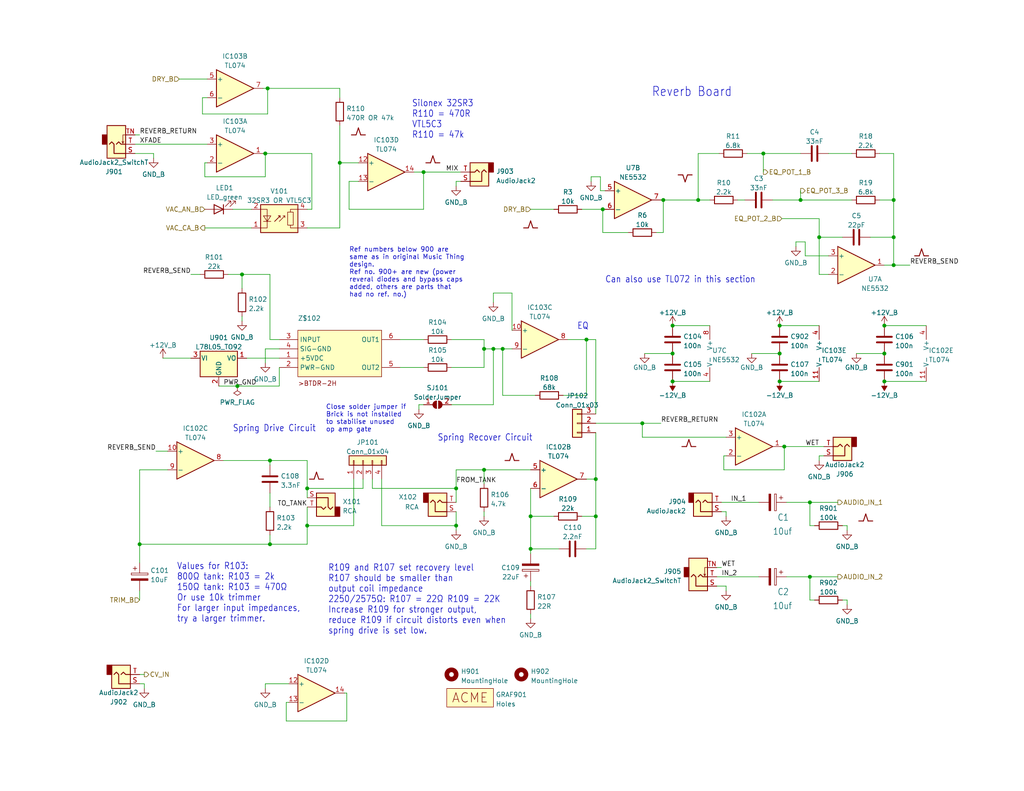
<source format=kicad_sch>
(kicad_sch (version 20211123) (generator eeschema)
  (paper "USLetter")
  (title_block (title "Spring Reverb Rev 2") (company "Music Thing Modular") (comment 1 "Kosmo version by Rich Holmes"))
  (lib_symbols
    (symbol "Amplifier_Operational:NE5532" (pin_names (offset 0.127))
      (property "Reference" "U" (at 0 5.08 0))
      (property "Value" "NE5532" (at 0 -5.08 0))
      (symbol "NE5532_1_1"
        (pin output line (at 7.62 0 180) (length 2.54) (name "~") (number "1"))
        (pin input line (at -7.62 -2.54 0) (length 2.54) (name "-") (number "2"))
        (pin input line (at -7.62 2.54 0) (length 2.54) (name "+") (number "3"))
      )
      (symbol "NE5532_2_1"
        (pin input line (at -7.62 2.54 0) (length 2.54) (name "+") (number "5"))
        (pin input line (at -7.62 -2.54 0) (length 2.54) (name "-") (number "6"))
        (pin output line (at 7.62 0 180) (length 2.54) (name "~") (number "7"))
      )
      (symbol "NE5532_3_1"
        (pin power_in line (at -2.54 -7.62 90) (length 3.81) (name "V-") (number "4"))
        (pin power_in line (at -2.54 7.62 270) (length 3.81) (name "V+") (number "8"))
      )
    )
    (symbol "Connector_Generic:Conn_01x03" (pin_names (offset 1.016) hide)
      (property "Reference" "J" (at 0 5.08 0))
      (property "Value" "Conn_01x03" (at 0 -5.08 0))
      (symbol "Conn_01x03_1_1"
        (pin passive line (at -5.08 2.54 0) (length 3.81) (name "Pin_1") (number "1"))
        (pin passive line (at -5.08 0 0) (length 3.81) (name "Pin_2") (number "2"))
        (pin passive line (at -5.08 -2.54 0) (length 3.81) (name "Pin_3") (number "3"))
      )
    )
    (symbol "Connector_Generic:Conn_01x04" (pin_names (offset 1.016) hide)
      (property "Reference" "J" (at 0 5.08 0))
      (property "Value" "Conn_01x04" (at 0 -7.62 0))
      (symbol "Conn_01x04_1_1"
        (pin passive line (at -5.08 2.54 0) (length 3.81) (name "Pin_1") (number "1"))
        (pin passive line (at -5.08 0 0) (length 3.81) (name "Pin_2") (number "2"))
        (pin passive line (at -5.08 -2.54 0) (length 3.81) (name "Pin_3") (number "3"))
        (pin passive line (at -5.08 -5.08 0) (length 3.81) (name "Pin_4") (number "4"))
      )
    )
    (symbol "Jumper:SolderJumper_2_Open" (pin_names (offset 0) hide)
      (property "Reference" "JP" (at 0 2.032 0))
      (property "Value" "SolderJumper_2_Open" (at 0 -2.54 0))
      (symbol "SolderJumper_2_Open_1_1"
        (pin passive line (at -3.81 0 0) (length 2.54) (name "A") (number "1"))
        (pin passive line (at 3.81 0 180) (length 2.54) (name "B") (number "2"))
      )
    )
    (symbol "SpringReverbRev2_combined-eagle-import:DOWN_PHASE_SPIKE")
    (symbol "SpringReverbRev2_combined-eagle-import:UP_PHASE_SPIKE")
    (symbol "aaaSpringReverb:+12V_B" (power) (pin_names (offset 0))
      (property "Value" "+12V_B" (at 0 3.556 0))
      (symbol "+12V_B_1_1"
        (pin power_in line (at 0 0 90) (length 0) hide (name "+12V_B") (number "1"))
      )
    )
    (symbol "aaaSpringReverb:-12V_B" (power) (pin_names (offset 0))
      (property "Value" "-12V_B" (at 0 3.81 0))
      (symbol "-12V_B_0_0"
        (pin power_in line (at 0 0 90) (length 0) hide (name "-12V_B") (number "1"))
      )
    )
    (symbol "aaaSpringReverb:BTDR-2H"
      (property "Reference" "Z$" (at -10.16 10.16 0))
      (symbol "BTDR-2H_1_0"
        (text ">BTDR-2H" (at -10.16 -7.62 0) (effects (font (size 1.27 1.27)) (justify left bottom)))
        (pin power_in line (at -15.24 0 0) (length 5.08) (name "+5VDC") (number "1"))
        (pin power_in line (at -15.24 -2.54 0) (length 5.08) (name "PWR-GND") (number "2"))
        (pin input line (at -15.24 5.08 0) (length 5.08) (name "INPUT") (number "3"))
        (pin power_in line (at -15.24 2.54 0) (length 5.08) (name "SIG-GND") (number "4"))
        (pin output line (at 17.78 -2.54 180) (length 5.08) (name "OUT2") (number "5"))
        (pin power_out line (at 17.78 5.08 180) (length 5.08) (name "OUT1") (number "6"))
      )
    )
    (symbol "aaaSpringReverb:GND_B" (power) (pin_names (offset 0))
      (property "Value" "GND_B" (at 0 -3.81 0))
      (symbol "GND_B_1_1"
        (pin power_in line (at 0 0 270) (length 0) hide (name "GND_B") (number "1"))
      )
    )
    (symbol "ao_symbols:AudioJack2"
      (property "Reference" "J" (at 0 8.89 0))
      (property "Value" "AudioJack2" (at 0 6.35 0))
      (symbol "AudioJack2_1_1"
        (pin passive line (at 5.08 2.54 180) (length 2.54) (name "~") (number "S"))
        (pin passive line (at 5.08 0 180) (length 2.54) (name "~") (number "T"))
      )
    )
    (symbol "ao_symbols:AudioJack2_SwitchT"
      (property "Reference" "J" (at 0 8.89 0))
      (property "Value" "AudioJack2_SwitchT" (at 0 6.35 0))
      (symbol "AudioJack2_SwitchT_1_1"
        (pin passive line (at 5.08 2.54 180) (length 2.54) (name "~") (number "S"))
        (pin passive line (at 5.08 0 180) (length 2.54) (name "~") (number "T"))
        (pin passive line (at 5.08 -2.54 180) (length 2.54) (name "~") (number "TN"))
      )
    )
    (symbol "ao_symbols:C" (pin_numbers hide) (pin_names (offset 0.254))
      (property "Reference" "C" (at 0.635 2.54 0))
      (property "Value" "C" (at 0.635 -2.54 0))
      (symbol "C_1_1"
        (pin passive line (at 0 3.81 270) (length 2.794) (name "~") (number "1"))
        (pin passive line (at 0 -3.81 90) (length 2.794) (name "~") (number "2"))
      )
    )
    (symbol "ao_symbols:CP" (pin_numbers hide) (pin_names (offset 0.254))
      (property "Reference" "C" (at 0.635 2.54 0))
      (property "Value" "CP" (at 0.635 -2.54 0))
      (symbol "CP_1_1"
        (pin passive line (at 0 3.81 270) (length 2.794) (name "~") (number "1"))
        (pin passive line (at 0 -3.81 90) (length 2.794) (name "~") (number "2"))
      )
    )
    (symbol "ao_symbols:Graphic" (pin_names (offset 1.016)) (in_bom no)
      (property "Reference" "GRAF" (at 0 -3.81 0))
      (property "Value" "Graphic" (at 0 3.81 0))
      (symbol "Graphic_0_0"
        (text "ACME" (at 0 0 0) (effects (font (size 2.54 2.54))))
      )
    )
    (symbol "ao_symbols:L78L05_TO92" (pin_names (offset 0.254))
      (property "Reference" "U" (at -3.81 3.175 0))
      (property "Value" "L78L05_TO92" (at 0 3.175 0))
      (symbol "L78L05_TO92_1_1"
        (pin power_out line (at 7.62 0 180) (length 2.54) (name "VO") (number "1"))
        (pin power_in line (at 0 -7.62 90) (length 2.54) (name "GND") (number "2"))
        (pin power_in line (at -7.62 0 0) (length 2.54) (name "VI") (number "3"))
      )
    )
    (symbol "ao_symbols:LED_green" (pin_numbers hide) (pin_names (offset 1.016) hide)
      (property "Reference" "D" (at 0 2.54 0))
      (property "Value" "LED_green" (at 0 -2.54 0))
      (symbol "LED_green_1_1"
        (pin passive line (at -3.81 0 0) (length 2.54) (name "K") (number "1"))
        (pin passive line (at 3.81 0 180) (length 2.54) (name "A") (number "2"))
      )
    )
    (symbol "ao_symbols:MountingHole" (pin_names (offset 1.016)) (in_bom no)
      (property "Reference" "H" (at 0 5.08 0))
      (property "Value" "MountingHole" (at 0 3.175 0))
    )
    (symbol "ao_symbols:R" (pin_numbers hide) (pin_names (offset 0))
      (property "Reference" "R" (at 2.032 0 90))
      (property "Value" "R" (at 0 0 90))
      (symbol "R_1_1"
        (pin passive line (at 0 3.81 270) (length 1.27) (name "~") (number "1"))
        (pin passive line (at 0 -3.81 90) (length 1.27) (name "~") (number "2"))
      )
    )
    (symbol "ao_symbols:TL074" (pin_names (offset 0.127))
      (property "Reference" "U" (at 0 5.08 0))
      (property "Value" "TL074" (at 0 -5.08 0))
      (symbol "TL074_1_1"
        (pin output line (at 7.62 0 180) (length 2.54) (name "~") (number "1"))
        (pin input line (at -7.62 -2.54 0) (length 2.54) (name "-") (number "2"))
        (pin input line (at -7.62 2.54 0) (length 2.54) (name "+") (number "3"))
      )
      (symbol "TL074_2_1"
        (pin input line (at -7.62 2.54 0) (length 2.54) (name "+") (number "5"))
        (pin input line (at -7.62 -2.54 0) (length 2.54) (name "-") (number "6"))
        (pin output line (at 7.62 0 180) (length 2.54) (name "~") (number "7"))
      )
      (symbol "TL074_3_1"
        (pin input line (at -7.62 2.54 0) (length 2.54) (name "+") (number "10"))
        (pin output line (at 7.62 0 180) (length 2.54) (name "~") (number "8"))
        (pin input line (at -7.62 -2.54 0) (length 2.54) (name "-") (number "9"))
      )
      (symbol "TL074_4_1"
        (pin input line (at -7.62 2.54 0) (length 2.54) (name "+") (number "12"))
        (pin input line (at -7.62 -2.54 0) (length 2.54) (name "-") (number "13"))
        (pin output line (at 7.62 0 180) (length 2.54) (name "~") (number "14"))
      )
      (symbol "TL074_5_1"
        (pin power_in line (at -2.54 -7.62 90) (length 3.81) (name "V-") (number "11"))
        (pin power_in line (at -2.54 7.62 270) (length 3.81) (name "V+") (number "4"))
      )
    )
    (symbol "ao_symbols:Vactrol" (pin_names (offset 1.016) hide)
      (property "Reference" "U" (at 0 5.08 0))
      (property "Value" "Vactrol" (at 0 -5.08 0))
      (symbol "Vactrol_1_1"
        (pin passive line (at -7.62 2.54 0) (length 2.54) (name "-") (number "1"))
        (pin passive line (at -7.62 -2.54 0) (length 2.54) (name "+") (number "2"))
        (pin passive line (at 7.62 2.54 180) (length 2.54) (name "~") (number "3"))
        (pin passive line (at 7.62 -2.54 180) (length 2.54) (name "~") (number "4"))
      )
    )
    (symbol "power:PWR_FLAG" (power) (pin_numbers hide) (pin_names (offset 0) hide)
      (property "Value" "PWR_FLAG" (at 0 3.81 0))
      (symbol "PWR_FLAG_0_0"
        (pin power_out line (at 0 0 90) (length 0) (name "pwr") (number "1"))
      )
    )
  )
  (junction (at 183.515 96.52))
  (junction (at 132.08 95.25))
  (junction (at 183.515 88.9))
  (junction (at 175.26 115.57))
  (junction (at 241.3 88.9))
  (junction (at 144.78 149.86))
  (junction (at 212.725 104.14))
  (junction (at 124.46 143.51))
  (junction (at 72.39 41.91))
  (junction (at 38.1 148.59))
  (junction (at 223.52 64.77))
  (junction (at 243.84 54.61))
  (junction (at 180.975 54.61))
  (junction (at 64.77 105.41))
  (junction (at 137.16 95.25))
  (junction (at 134.62 95.25))
  (junction (at 144.78 140.97))
  (junction (at 164.465 57.15))
  (junction (at 212.725 96.52))
  (junction (at 212.725 88.9))
  (junction (at 162.56 130.81))
  (junction (at 73.66 125.73))
  (junction (at 83.82 143.51))
  (junction (at 160.02 92.71))
  (junction (at 220.98 157.48))
  (junction (at 73.66 148.59))
  (junction (at 66.04 74.93))
  (junction (at 162.56 140.97))
  (junction (at 132.08 128.27))
  (junction (at 213.995 121.92))
  (junction (at 115.57 46.99))
  (junction (at 83.82 133.35))
  (junction (at 220.98 137.16))
  (junction (at 92.71 44.45))
  (junction (at 190.5 54.61))
  (junction (at 183.515 104.14))
  (junction (at 218.44 54.61))
  (junction (at 241.3 96.52))
  (junction (at 243.84 72.39))
  (junction (at 124.46 133.35))
  (junction (at 241.3 104.14))
  (junction (at 208.28 41.91))
  (junction (at 73.025 24.13))
  (junction (at 243.84 64.77))
  (wire (pts (xy 62.23 74.93) (xy 66.04 74.93)))
  (wire (pts (xy 198.12 124.46) (xy 197.485 124.46)))
  (wire (pts (xy 158.75 140.97) (xy 162.56 140.97)))
  (wire (pts (xy 223.52 124.46) (xy 223.52 125.73)))
  (wire (pts (xy 72.39 95.25) (xy 72.39 99.06)))
  (wire (pts (xy 41.91 41.91) (xy 41.91 43.18)))
  (wire (pts (xy 252.73 88.9) (xy 241.3 88.9)))
  (wire (pts (xy 237.49 64.77) (xy 243.84 64.77)))
  (wire (pts (xy 218.44 52.07) (xy 218.44 54.61)))
  (wire (pts (xy 144.78 57.15) (xy 151.13 57.15)))
  (wire (pts (xy 124.46 133.35) (xy 124.46 128.27)))
  (wire (pts (xy 220.98 137.16) (xy 220.98 143.51)))
  (wire (pts (xy 55.88 48.26) (xy 72.39 48.26)))
  (wire (pts (xy 96.52 143.51) (xy 83.82 143.51)))
  (wire (pts (xy 218.44 54.61) (xy 210.82 54.61)))
  (wire (pts (xy 124.46 49.53) (xy 125.73 49.53)))
  (wire (pts (xy 101.6 133.35) (xy 124.46 133.35)))
  (wire (pts (xy 134.62 110.49) (xy 134.62 95.25)))
  (wire (pts (xy 139.7 95.25) (xy 137.16 95.25)))
  (wire (pts (xy 113.03 46.99) (xy 115.57 46.99)))
  (wire (pts (xy 124.46 137.16) (xy 124.46 133.35)))
  (wire (pts (xy 229.87 64.77) (xy 223.52 64.77)))
  (wire (pts (xy 218.44 54.61) (xy 232.41 54.61)))
  (wire (pts (xy 243.84 64.77) (xy 243.84 72.39)))
  (wire (pts (xy 160.02 92.71) (xy 162.56 92.71)))
  (wire (pts (xy 92.71 44.45) (xy 92.71 62.23)))
  (wire (pts (xy 180.34 115.57) (xy 175.26 115.57)))
  (wire (pts (xy 193.675 104.14) (xy 183.515 104.14)))
  (wire (pts (xy 83.82 62.23) (xy 92.71 62.23)))
  (wire (pts (xy 78.74 191.77) (xy 78.105 191.77)))
  (wire (pts (xy 83.82 138.43) (xy 83.82 143.51)))
  (wire (pts (xy 72.39 187.96) (xy 72.39 186.69)))
  (wire (pts (xy 124.46 128.27) (xy 132.08 128.27)))
  (wire (pts (xy 175.895 96.52) (xy 183.515 96.52)))
  (wire (pts (xy 208.28 46.99) (xy 208.28 41.91)))
  (wire (pts (xy 73.66 74.93) (xy 66.04 74.93)))
  (wire (pts (xy 193.675 88.9) (xy 183.515 88.9)))
  (wire (pts (xy 63.5 57.15) (xy 68.58 57.15)))
  (wire (pts (xy 134.62 80.01) (xy 134.62 82.55)))
  (wire (pts (xy 38.1 163.83) (xy 38.1 161.29)))
  (wire (pts (xy 160.02 130.81) (xy 162.56 130.81)))
  (wire (pts (xy 144.78 140.97) (xy 144.78 133.35)))
  (wire (pts (xy 198.12 160.02) (xy 195.58 160.02)))
  (wire (pts (xy 214.63 157.48) (xy 220.98 157.48)))
  (wire (pts (xy 179.07 63.5) (xy 180.975 63.5)))
  (wire (pts (xy 248.285 72.39) (xy 243.84 72.39)))
  (wire (pts (xy 164.465 63.5) (xy 164.465 57.15)))
  (wire (pts (xy 139.7 80.01) (xy 134.62 80.01)))
  (wire (pts (xy 104.14 130.81) (xy 104.14 143.51)))
  (wire (pts (xy 104.14 143.51) (xy 124.46 143.51)))
  (wire (pts (xy 213.995 128.27) (xy 213.995 121.92)))
  (wire (pts (xy 39.37 184.15) (xy 38.1 184.15)))
  (wire (pts (xy 55.88 62.23) (xy 68.58 62.23)))
  (wire (pts (xy 224.79 124.46) (xy 223.52 124.46)))
  (wire (pts (xy 72.39 41.91) (xy 71.755 41.91)))
  (wire (pts (xy 52.07 74.93) (xy 54.61 74.93)))
  (wire (pts (xy 83.82 133.35) (xy 83.82 135.89)))
  (wire (pts (xy 220.98 137.16) (xy 228.6 137.16)))
  (wire (pts (xy 66.04 86.36) (xy 66.04 87.63)))
  (wire (pts (xy 180.34 54.61) (xy 180.975 54.61)))
  (wire (pts (xy 96.52 130.81) (xy 96.52 143.51)))
  (wire (pts (xy 99.06 130.81) (xy 99.06 133.35)))
  (wire (pts (xy 229.87 163.83) (xy 231.14 163.83)))
  (wire (pts (xy 76.2 100.33) (xy 76.2 105.41)))
  (wire (pts (xy 252.73 104.14) (xy 241.3 104.14)))
  (wire (pts (xy 60.96 125.73) (xy 73.66 125.73)))
  (wire (pts (xy 213.995 121.92) (xy 224.79 121.92)))
  (wire (pts (xy 223.52 59.69) (xy 223.52 64.77)))
  (wire (pts (xy 132.08 128.27) (xy 144.78 128.27)))
  (wire (pts (xy 162.56 92.71) (xy 162.56 113.03)))
  (wire (pts (xy 137.16 95.25) (xy 137.16 107.95)))
  (wire (pts (xy 73.66 127) (xy 73.66 125.73)))
  (wire (pts (xy 205.105 96.52) (xy 212.725 96.52)))
  (wire (pts (xy 132.08 95.25) (xy 132.08 100.33)))
  (wire (pts (xy 78.105 196.85) (xy 94.615 196.85)))
  (wire (pts (xy 219.71 69.85) (xy 226.06 69.85)))
  (wire (pts (xy 144.78 167.64) (xy 144.78 168.91)))
  (wire (pts (xy 48.895 21.59) (xy 56.515 21.59)))
  (wire (pts (xy 39.37 186.69) (xy 39.37 187.96)))
  (wire (pts (xy 114.3 110.49) (xy 115.57 110.49)))
  (wire (pts (xy 154.94 92.71) (xy 160.02 92.71)))
  (wire (pts (xy 56.515 44.45) (xy 55.88 44.45)))
  (wire (pts (xy 95.25 57.15) (xy 95.25 49.53)))
  (wire (pts (xy 72.39 48.26) (xy 72.39 41.91)))
  (wire (pts (xy 175.26 119.38) (xy 175.26 115.57)))
  (wire (pts (xy 160.02 107.95) (xy 160.02 92.71)))
  (wire (pts (xy 144.78 160.02) (xy 144.78 158.75)))
  (wire (pts (xy 161.29 48.26) (xy 163.83 48.26)))
  (wire (pts (xy 226.06 41.91) (xy 232.41 41.91)))
  (wire (pts (xy 198.12 160.02) (xy 198.12 161.29)))
  (wire (pts (xy 163.83 48.26) (xy 163.83 52.07)))
  (wire (pts (xy 213.36 59.69) (xy 223.52 59.69)))
  (wire (pts (xy 139.7 90.17) (xy 139.7 80.01)))
  (wire (pts (xy 124.46 49.53) (xy 124.46 50.8)))
  (wire (pts (xy 214.63 137.16) (xy 220.98 137.16)))
  (wire (pts (xy 99.06 133.35) (xy 83.82 133.35)))
  (wire (pts (xy 132.08 128.27) (xy 132.08 132.08)))
  (wire (pts (xy 114.3 111.76) (xy 114.3 110.49)))
  (wire (pts (xy 94.615 189.23) (xy 93.98 189.23)))
  (wire (pts (xy 175.26 115.57) (xy 162.56 115.57)))
  (wire (pts (xy 197.485 128.27) (xy 213.995 128.27)))
  (wire (pts (xy 55.245 26.67) (xy 55.245 31.115)))
  (wire (pts (xy 115.57 57.15) (xy 115.57 46.99)))
  (wire (pts (xy 213.995 121.92) (xy 213.36 121.92)))
  (wire (pts (xy 73.66 92.71) (xy 73.66 74.93)))
  (wire (pts (xy 55.88 44.45) (xy 55.88 48.26)))
  (wire (pts (xy 198.12 139.7) (xy 196.85 139.7)))
  (wire (pts (xy 42.545 123.19) (xy 45.72 123.19)))
  (wire (pts (xy 73.66 138.43) (xy 73.66 134.62)))
  (wire (pts (xy 243.84 54.61) (xy 243.84 64.77)))
  (wire (pts (xy 73.025 31.115) (xy 73.025 24.13)))
  (wire (pts (xy 73.66 146.05) (xy 73.66 148.59)))
  (wire (pts (xy 220.98 157.48) (xy 220.98 163.83)))
  (wire (pts (xy 73.025 24.13) (xy 92.71 24.13)))
  (wire (pts (xy 164.465 63.5) (xy 171.45 63.5)))
  (wire (pts (xy 144.78 149.86) (xy 144.78 140.97)))
  (wire (pts (xy 73.66 148.59) (xy 38.1 148.59)))
  (wire (pts (xy 101.6 130.81) (xy 101.6 133.35)))
  (wire (pts (xy 115.57 46.99) (xy 125.73 46.99)))
  (wire (pts (xy 223.52 104.14) (xy 212.725 104.14)))
  (wire (pts (xy 201.295 54.61) (xy 203.2 54.61)))
  (wire (pts (xy 92.71 34.29) (xy 92.71 44.45)))
  (wire (pts (xy 72.39 186.69) (xy 78.74 186.69)))
  (wire (pts (xy 38.1 128.27) (xy 38.1 148.59)))
  (wire (pts (xy 85.09 57.15) (xy 83.82 57.15)))
  (wire (pts (xy 72.39 95.25) (xy 76.2 95.25)))
  (wire (pts (xy 231.14 143.51) (xy 231.14 144.78)))
  (wire (pts (xy 132.08 95.25) (xy 134.62 95.25)))
  (wire (pts (xy 83.82 143.51) (xy 83.82 148.59)))
  (wire (pts (xy 45.72 128.27) (xy 38.1 128.27)))
  (wire (pts (xy 223.52 88.9) (xy 212.725 88.9)))
  (wire (pts (xy 123.19 110.49) (xy 134.62 110.49)))
  (wire (pts (xy 39.37 186.69) (xy 38.1 186.69)))
  (wire (pts (xy 195.58 154.94) (xy 196.85 154.94)))
  (wire (pts (xy 132.08 92.71) (xy 132.08 95.25)))
  (wire (pts (xy 162.56 130.81) (xy 162.56 118.11)))
  (wire (pts (xy 195.58 157.48) (xy 207.01 157.48)))
  (wire (pts (xy 190.5 54.61) (xy 190.5 41.91)))
  (wire (pts (xy 243.84 54.61) (xy 243.84 41.91)))
  (wire (pts (xy 124.46 144.78) (xy 124.46 143.51)))
  (wire (pts (xy 163.83 52.07) (xy 165.1 52.07)))
  (wire (pts (xy 71.755 24.13) (xy 73.025 24.13)))
  (wire (pts (xy 198.12 119.38) (xy 175.26 119.38)))
  (wire (pts (xy 144.78 151.13) (xy 144.78 149.86)))
  (wire (pts (xy 56.515 26.67) (xy 55.245 26.67)))
  (wire (pts (xy 219.71 66.04) (xy 219.71 69.85)))
  (wire (pts (xy 220.98 157.48) (xy 228.6 157.48)))
  (wire (pts (xy 158.75 57.15) (xy 164.465 57.15)))
  (wire (pts (xy 64.77 105.41) (xy 59.69 105.41)))
  (wire (pts (xy 240.03 54.61) (xy 243.84 54.61)))
  (wire (pts (xy 180.975 54.61) (xy 190.5 54.61)))
  (wire (pts (xy 196.85 137.16) (xy 207.01 137.16)))
  (wire (pts (xy 132.08 140.97) (xy 132.08 139.7)))
  (wire (pts (xy 153.67 107.95) (xy 160.02 107.95)))
  (wire (pts (xy 73.66 125.73) (xy 83.82 125.73)))
  (wire (pts (xy 92.71 44.45) (xy 97.79 44.45)))
  (wire (pts (xy 92.71 26.67) (xy 92.71 24.13)))
  (wire (pts (xy 231.14 165.1) (xy 231.14 163.83)))
  (wire (pts (xy 76.2 92.71) (xy 73.66 92.71)))
  (wire (pts (xy 85.09 41.91) (xy 85.09 57.15)))
  (wire (pts (xy 233.68 96.52) (xy 241.3 96.52)))
  (wire (pts (xy 180.975 63.5) (xy 180.975 54.61)))
  (wire (pts (xy 220.98 143.51) (xy 222.25 143.51)))
  (wire (pts (xy 220.98 163.83) (xy 222.25 163.83)))
  (wire (pts (xy 95.25 49.53) (xy 97.79 49.53)))
  (wire (pts (xy 52.07 97.79) (xy 44.45 97.79)))
  (wire (pts (xy 144.78 140.97) (xy 151.13 140.97)))
  (wire (pts (xy 223.52 74.93) (xy 223.52 64.77)))
  (wire (pts (xy 197.485 124.46) (xy 197.485 128.27)))
  (wire (pts (xy 83.82 148.59) (xy 73.66 148.59)))
  (wire (pts (xy 152.4 149.86) (xy 144.78 149.86)))
  (wire (pts (xy 109.22 100.33) (xy 115.57 100.33)))
  (wire (pts (xy 124.46 143.51) (xy 124.46 139.7)))
  (wire (pts (xy 38.1 148.59) (xy 38.1 153.67)))
  (wire (pts (xy 162.56 149.86) (xy 162.56 140.97)))
  (wire (pts (xy 36.83 39.37) (xy 56.515 39.37)))
  (wire (pts (xy 240.03 41.91) (xy 243.84 41.91)))
  (wire (pts (xy 66.04 74.93) (xy 66.04 78.74)))
  (wire (pts (xy 243.84 72.39) (xy 241.3 72.39)))
  (wire (pts (xy 164.465 57.15) (xy 165.1 57.15)))
  (wire (pts (xy 162.56 140.97) (xy 162.56 130.81)))
  (wire (pts (xy 95.25 57.15) (xy 115.57 57.15)))
  (wire (pts (xy 83.82 125.73) (xy 83.82 133.35)))
  (wire (pts (xy 190.5 41.91) (xy 196.215 41.91)))
  (wire (pts (xy 160.02 149.86) (xy 162.56 149.86)))
  (wire (pts (xy 67.31 97.79) (xy 76.2 97.79)))
  (wire (pts (xy 218.44 41.91) (xy 208.28 41.91)))
  (wire (pts (xy 203.835 41.91) (xy 208.28 41.91)))
  (wire (pts (xy 36.83 41.91) (xy 41.91 41.91)))
  (wire (pts (xy 226.06 74.93) (xy 223.52 74.93)))
  (wire (pts (xy 38.1 36.83) (xy 36.83 36.83)))
  (wire (pts (xy 72.39 41.91) (xy 85.09 41.91)))
  (wire (pts (xy 123.19 100.33) (xy 132.08 100.33)))
  (wire (pts (xy 94.615 196.85) (xy 94.615 189.23)))
  (wire (pts (xy 55.245 31.115) (xy 73.025 31.115)))
  (wire (pts (xy 76.2 105.41) (xy 64.77 105.41)))
  (wire (pts (xy 137.16 107.95) (xy 146.05 107.95)))
  (wire (pts (xy 217.17 66.04) (xy 219.71 66.04)))
  (wire (pts (xy 198.12 139.7) (xy 198.12 140.97)))
  (wire (pts (xy 109.22 92.71) (xy 115.57 92.71)))
  (wire (pts (xy 217.17 67.31) (xy 217.17 66.04)))
  (wire (pts (xy 229.87 143.51) (xy 231.14 143.51)))
  (wire (pts (xy 78.105 191.77) (xy 78.105 196.85)))
  (wire (pts (xy 123.19 92.71) (xy 132.08 92.71)))
  (wire (pts (xy 190.5 54.61) (xy 193.675 54.61)))
  (wire (pts (xy 161.29 49.53) (xy 161.29 48.26)))
  (wire (pts (xy 134.62 95.25) (xy 137.16 95.25)))
  (text "Reverb Board" (at 177.8 26.67 180) (effects (font (size 2.54 2.159)) (justify left bottom)))
  (text "Close solder jumper if\nBrick is not installed\nto stabilise unused\nop amp gate" (at 88.9 118.11 0) (effects (font (size 1.27 1.27)) (justify left bottom)))
  (text "Can also use TL072 in this section" (at 165.1 77.47 180) (effects (font (size 1.778 1.5113)) (justify left bottom)))
  (text "R109 and R107 set recovery level\nR107 should be smaller than\noutput coil impedance\n2250/2575Ω: R107 = 22Ω R109 = 22K\nIncrease R109 for stronger output,\nreduce R109 if circuit distorts even when\nspring drive is set low." (at 89.535 173.355 0) (effects (font (size 1.778 1.5113)) (justify left bottom)))
  (text "EQ" (at 157.48 90.17 180) (effects (font (size 1.778 1.5113)) (justify left bottom)))
  (text "Ref numbers below 900 are\nsame as in original Music Thing\ndesign.\nRef no. 900+ are new (power \nreveral diodes and bypass caps \nadded, others are parts that\nhad no ref. no.)" (at 95.25 81.28 0) (effects (font (size 1.27 1.27)) (justify left bottom)))
  (text "Silonex 32SR3\nR110 = 470R\nVTL5C3\nR110 = 47k" (at 112.395 27.305 180) (effects (font (size 1.778 1.5113)) (justify left top)))
  (text "Spring Recover Circuit" (at 119.38 120.65 180) (effects (font (size 1.778 1.5113)) (justify left bottom)))
  (text "Values for R103:\n800Ω tank: R103 = 2k\n150Ω tank: R103 = 470Ω\nOr use 10k trimmer\nFor larger input impedances,\ntry a larger trimmer." (at 48.26 153.67 0) (effects (font (size 1.778 1.5113)) (justify left top)))
  (text "Spring Drive Circuit" (at 63.5 118.11 180) (effects (font (size 1.778 1.5113)) (justify left bottom)))
  (label "PWR_GND" (at 60.96 105.41 0))
  (label "XFADE" (at 38.1 39.37 0))
  (label "REVERB_RETURN" (at 180.34 115.57 0))
  (label "IN_2" (at 196.85 157.48 0))
  (label "IN_1" (at 199.39 137.16 0))
  (label "REVERB_SEND" (at 248.285 72.39 0))
  (label "WET" (at 223.52 121.92 180))
  (label "WET" (at 196.85 154.94 0))
  (label "REVERB_SEND" (at 52.07 74.93 180) (effects (font (size 1.2446 1.2446))))
  (label "FROM_TANK" (at 124.46 132.08 0))
  (label "REVERB_SEND" (at 42.545 123.19 180))
  (label "TO_TANK" (at 83.82 138.43 180))
  (label "REVERB_RETURN" (at 38.1 36.83 0))
  (label "MIX" (at 125.095 46.99 180))
  (hierarchical_label "VAC_AN_B" (shape input) (at 55.88 57.15 180))
  (hierarchical_label "CV_IN" (shape output) (at 39.37 184.15 0))
  (hierarchical_label "EQ_POT_3_B" (shape output) (at 218.44 52.07 0))
  (hierarchical_label "TRIM_B" (shape input) (at 38.1 163.83 180))
  (hierarchical_label "VAC_CA_B" (shape output) (at 55.88 62.23 180))
  (hierarchical_label "AUDIO_IN_2" (shape output) (at 228.6 157.48 0))
  (hierarchical_label "DRY_B" (shape input) (at 144.78 57.15 180))
  (hierarchical_label "EQ_POT_1_B" (shape output) (at 208.28 46.99 0))
  (hierarchical_label "AUDIO_IN_1" (shape output) (at 228.6 137.16 0))
  (hierarchical_label "EQ_POT_2_B" (shape input) (at 213.36 59.69 180))
  (hierarchical_label "DRY_B" (shape input) (at 48.895 21.59 180))
  (symbol (lib_id "aaaSpringReverb:+12V_B") (at 212.725 88.9 0) (unit 1)
    (property "Reference" "#PWR0140" (effects hide))
    (property "Value" "+12V_B" (at 212.725 85.344 0))
  )
  (symbol (lib_id "ao_symbols:TL074") (at 86.36 189.23 0) (unit 4)
    (property "Reference" "IC102" (at 86.36 180.4502 0))
    (property "Value" "TL074" (at 86.36 182.9871 0))
    (property "Footprint" "ao_tht:DIP-14_W7.62mm_Socket_LongPads" (effects hide))
    (property "Vendor" "Tayda" (effects hide))
    (property "SKU" "A-1138" (effects hide))
  )
  (symbol (lib_id "ao_symbols:C") (at 212.725 100.33 0) (unit 1)
    (property "Reference" "C107" (at 215.646 99.4953 0) (effects (justify left)))
    (property "Value" "100n" (at 215.646 102.0322 0) (effects (justify left)))
    (property "Footprint" "ao_tht:C_Disc_D3.0mm_W1.6mm_P2.50mm" (effects hide))
    (property "Vendor" "Tayda" (effects hide))
  )
  (symbol (lib_id "ao_symbols:TL074") (at 226.06 96.52 0) (unit 5)
    (property "Reference" "IC103" (at 224.155 95.6853 0) (effects (justify left)))
    (property "Value" "TL074" (at 224.155 98.2222 0) (effects (justify left)))
    (property "Footprint" "ao_tht:DIP-14_W7.62mm_Socket_LongPads" (effects hide))
    (property "Vendor" "Tayda" (effects hide))
    (property "SKU" "A-1138" (effects hide))
  )
  (symbol (lib_id "aaaSpringReverb:-12V_B") (at 183.515 104.14 180) (unit 1)
    (property "Reference" "#PWR0125" (effects hide))
    (property "Value" "-12V_B" (at 183.515 107.95 0))
  )
  (symbol (lib_id "ao_symbols:C") (at 222.25 41.91 90) (unit 1)
    (property "Reference" "C4" (at 222.25 36.0512 90))
    (property "Value" "33nF" (at 222.25 38.5881 90))
    (property "Footprint" "ao_tht:C_Rect_L7.2mm_W2.5mm_P5.00mm_FKS2_FKP2_MKS2_MKP2" (effects hide))
    (property "Vendor" "Tayda" (effects hide))
  )
  (symbol (lib_id "ao_symbols:R") (at 226.06 163.83 90) (unit 1)
    (property "Reference" "R902" (at 226.06 159.1142 90))
    (property "Value" "100k" (at 226.06 161.6511 90))
    (property "Footprint" "ao_tht:R_Axial_DIN0207_L6.3mm_D2.5mm_P10.16mm_Horizontal" (effects hide))
    (property "Vendor" "Tayda" (effects hide))
  )
  (symbol (lib_id "SpringReverbRev2_combined-eagle-import:UP_PHASE_SPIKE") (at 97.79 36.83 0) (unit 1)
    (property "Reference" "#Z$105" (effects hide))
    (property "Value" "UP_PHASE_SPIKE" (effects hide))
  )
  (symbol (lib_id "aaaSpringReverb:GND_B") (at 175.895 96.52 0) (unit 1)
    (property "Reference" "#PWR0121" (effects hide))
    (property "Value" "GND_B" (at 175.895 100.33 0))
  )
  (symbol (lib_id "ao_symbols:TL074") (at 152.4 130.81 0) (unit 2)
    (property "Reference" "IC102" (at 152.4 122.0302 0))
    (property "Value" "TL074" (at 152.4 124.5671 0))
    (property "Footprint" "ao_tht:DIP-14_W7.62mm_Socket_LongPads" (effects hide))
    (property "Vendor" "Tayda" (effects hide))
    (property "SKU" "A-1138" (effects hide))
  )
  (symbol (lib_id "aaaSpringReverb:+12V_B") (at 183.515 88.9 0) (unit 1)
    (property "Reference" "#PWR0124" (effects hide))
    (property "Value" "+12V_B" (at 183.515 85.344 0))
  )
  (symbol (lib_id "aaaSpringReverb:GND_B") (at 223.52 125.73 0) (unit 1)
    (property "Reference" "#PWR0144" (effects hide))
    (property "Value" "GND_B" (at 223.52 130.1734 0))
  )
  (symbol (lib_id "power:PWR_FLAG") (at 64.77 105.41 180) (unit 1)
    (property "Reference" "#FLG0904" (effects hide))
    (property "Value" "PWR_FLAG" (at 64.77 109.8534 0))
  )
  (symbol (lib_id "SpringReverbRev2_combined-eagle-import:UP_PHASE_SPIKE") (at 144.78 62.23 0) (unit 1)
    (property "Reference" "#Z$1" (effects hide))
    (property "Value" "UP_PHASE_SPIKE" (effects hide))
  )
  (symbol (lib_id "aaaSpringReverb:GND_B") (at 144.78 168.91 0) (unit 1)
    (property "Reference" "#PWR0108" (effects hide))
    (property "Value" "GND_B" (at 144.78 173.3534 0))
  )
  (symbol (lib_id "ao_symbols:R") (at 175.26 63.5 90) (unit 1)
    (property "Reference" "R6" (at 175.26 58.7842 90))
    (property "Value" "10k" (at 175.26 61.3211 90))
    (property "Footprint" "ao_tht:R_Axial_DIN0207_L6.3mm_D2.5mm_P10.16mm_Horizontal" (effects hide))
    (property "Vendor" "Tayda" (effects hide))
  )
  (symbol (lib_id "ao_symbols:CP") (at 210.82 157.48 270) (unit 1)
    (property "Reference" "C2" (at 212.09 162.56 90) (effects (font (size 1.778 1.5113)) (justify left bottom)))
    (property "Value" "10uf" (at 210.82 166.37 90) (effects (font (size 1.778 1.5113)) (justify left bottom)))
    (property "Footprint" "ao_tht:CP_Radial_D6.3mm_P2.50mm" (effects hide))
    (property "Vendor" "Tayda" (effects hide))
  )
  (symbol (lib_id "aaaSpringReverb:GND_B") (at 39.37 187.96 0) (unit 1)
    (property "Reference" "#PWR0141" (effects hide))
    (property "Value" "GND_B" (at 39.37 192.4034 0))
  )
  (symbol (lib_id "ao_symbols:CP") (at 210.82 137.16 270) (unit 1)
    (property "Reference" "C1" (at 212.09 142.24 90) (effects (font (size 1.778 1.5113)) (justify left bottom)))
    (property "Value" "10uf" (at 210.82 146.05 90) (effects (font (size 1.778 1.5113)) (justify left bottom)))
    (property "Footprint" "ao_tht:CP_Radial_D6.3mm_P2.50mm" (effects hide))
    (property "Vendor" "Tayda" (effects hide))
  )
  (symbol (lib_id "ao_symbols:C") (at 156.21 149.86 90) (unit 1)
    (property "Reference" "C110" (at 156.21 144.0012 90))
    (property "Value" "2.2nF" (at 156.21 146.5381 90))
    (property "Footprint" "ao_tht:C_Rect_L7.2mm_W2.5mm_P5.00mm_FKS2_FKP2_MKS2_MKP2" (effects hide))
    (property "Vendor" "Tayda" (effects hide))
  )
  (symbol (lib_id "ao_symbols:Vactrol") (at 76.2 59.69 0) (mirror x) (unit 1)
    (property "Reference" "V101" (at 76.2 52.1802 0))
    (property "Value" "32SR3 OR VTL5C3" (at 76.2 54.7171 0))
    (property "Footprint" "ao_tht:Vactrol_VTL5C" (effects hide))
    (property "Datasheet" "http://www.qsl.net/wa1ion/vactrol/vactrol.pdf" (effects hide))
  )
  (symbol (lib_id "ao_symbols:R") (at 149.86 107.95 90) (unit 1)
    (property "Reference" "R108" (at 149.86 103.2342 90))
    (property "Value" "68k" (at 149.86 105.7711 90))
    (property "Footprint" "ao_tht:R_Axial_DIN0207_L6.3mm_D2.5mm_P10.16mm_Horizontal" (effects hide))
    (property "Vendor" "Tayda" (effects hide))
  )
  (symbol (lib_id "ao_symbols:TL074") (at 53.34 125.73 0) (unit 3)
    (property "Reference" "IC102" (at 53.34 116.9502 0))
    (property "Value" "TL074" (at 53.34 119.4871 0))
    (property "Footprint" "ao_tht:DIP-14_W7.62mm_Socket_LongPads" (effects hide))
    (property "Vendor" "Tayda" (effects hide))
    (property "SKU" "A-1138" (effects hide))
  )
  (symbol (lib_id "ao_symbols:TL074") (at 147.32 92.71 0) (unit 3)
    (property "Reference" "IC103" (at 147.32 83.9302 0))
    (property "Value" "TL074" (at 147.32 86.4671 0))
    (property "Footprint" "ao_tht:DIP-14_W7.62mm_Socket_LongPads" (effects hide))
    (property "Vendor" "Tayda" (effects hide))
    (property "SKU" "A-1138" (effects hide))
  )
  (symbol (lib_id "aaaSpringReverb:GND_B") (at 132.08 140.97 0) (unit 1)
    (property "Reference" "#PWR0105" (effects hide))
    (property "Value" "GND_B" (at 132.08 145.4134 0))
  )
  (symbol (lib_id "ao_symbols:AudioJack2") (at 33.02 184.15 0) (mirror x) (unit 1)
    (property "Reference" "J902" (at 32.385 191.6598 0))
    (property "Value" "AudioJack2" (at 32.385 189.1229 0))
    (property "Footprint" "ao_tht:Jack_6.35mm_PJ_629HAN_slots" (effects hide))
    (property "Vendor" "Tayda" (effects hide))
    (property "SKU" "A-1121" (effects hide))
  )
  (symbol (lib_id "aaaSpringReverb:+12V_B") (at 241.3 88.9 0) (unit 1)
    (property "Reference" "#PWR0123" (effects hide))
    (property "Value" "+12V_B" (at 241.3 85.344 0))
  )
  (symbol (lib_id "aaaSpringReverb:-12V_B") (at 241.3 104.14 180) (unit 1)
    (property "Reference" "#PWR0116" (effects hide))
    (property "Value" "-12V_B" (at 241.3 107.95 0))
  )
  (symbol (lib_id "ao_symbols:AudioJack2") (at 88.9 138.43 0) (mirror y) (unit 1)
    (property "Reference" "X101" (at 93.472 136.9603 0) (effects (justify right)))
    (property "Value" "RCA" (at 93.472 139.4972 0) (effects (justify right)))
    (property "Footprint" "springreverb:RCJ-023 white" (effects hide))
    (property "Vendor" "Tayda" (effects hide))
    (property "SKU" "A-1121" (effects hide))
  )
  (symbol (lib_id "ao_symbols:C") (at 233.68 64.77 90) (unit 1)
    (property "Reference" "C5" (at 233.68 58.9112 90))
    (property "Value" "22pF" (at 233.68 61.4481 90))
    (property "Footprint" "ao_tht:C_Disc_D5.0mm_W2.5mm_P5.00mm" (effects hide))
    (property "Vendor" "Tayda" (effects hide))
  )
  (symbol (lib_id "aaaSpringReverb:GND_B") (at 41.91 43.18 0) (unit 1)
    (property "Reference" "#PWR0143" (effects hide))
    (property "Value" "GND_B" (at 41.91 47.6234 0))
  )
  (symbol (lib_id "SpringReverbRev2_combined-eagle-import:UP_PHASE_SPIKE") (at 187.96 121.92 0) (unit 1)
    (property "Reference" "#Z$104" (effects hide))
    (property "Value" "UP_PHASE_SPIKE" (effects hide))
  )
  (symbol (lib_id "ao_symbols:C") (at 207.01 54.61 90) (unit 1)
    (property "Reference" "C3" (at 207.01 48.7512 90))
    (property "Value" "33nF" (at 207.01 51.2881 90))
    (property "Footprint" "ao_tht:C_Rect_L7.2mm_W2.5mm_P5.00mm_FKS2_FKP2_MKS2_MKP2" (effects hide))
    (property "Vendor" "Tayda" (effects hide))
  )
  (symbol (lib_id "aaaSpringReverb:GND_B") (at 198.12 161.29 0) (unit 1)
    (property "Reference" "#PWR0146" (effects hide))
    (property "Value" "GND_B" (at 198.12 165.7334 0))
  )
  (symbol (lib_id "ao_symbols:TL074") (at 205.74 121.92 0) (unit 1)
    (property "Reference" "IC102" (at 205.74 113.1402 0))
    (property "Value" "TL074" (at 205.74 115.6771 0))
    (property "Footprint" "ao_tht:DIP-14_W7.62mm_Socket_LongPads" (effects hide))
    (property "Vendor" "Tayda" (effects hide))
    (property "SKU" "A-1138" (effects hide))
  )
  (symbol (lib_id "ao_symbols:R") (at 226.06 143.51 90) (unit 1)
    (property "Reference" "R901" (at 226.06 138.7942 90))
    (property "Value" "100k" (at 226.06 141.3311 90))
    (property "Footprint" "ao_tht:R_Axial_DIN0207_L6.3mm_D2.5mm_P10.16mm_Horizontal" (effects hide))
    (property "Vendor" "Tayda" (effects hide))
  )
  (symbol (lib_id "ao_symbols:AudioJack2_SwitchT") (at 190.5 157.48 0) (mirror x) (unit 1)
    (property "Reference" "J905" (at 185.9281 156.0103 0) (effects (justify right)))
    (property "Value" "AudioJack2_SwitchT" (at 185.9281 158.5472 0) (effects (justify right)))
    (property "Footprint" "ao_tht:Jack_6.35mm_PJ_629HAN_slots" (effects hide))
    (property "Vendor" "Tayda" (effects hide))
    (property "SKU" "A-1121" (effects hide))
  )
  (symbol (lib_id "aaaSpringReverb:GND_B") (at 161.29 49.53 0) (unit 1)
    (property "Reference" "#PWR0111" (effects hide))
    (property "Value" "GND_B" (at 161.29 53.9734 0))
  )
  (symbol (lib_id "Jumper:SolderJumper_2_Open") (at 119.38 110.49 0) (unit 1) (in_bom no)
    (property "Reference" "SJ101" (at 119.38 105.9012 0))
    (property "Value" "SolderJumper" (at 119.38 108.4381 0))
    (property "Footprint" "Jumper:SolderJumper-2_P1.3mm_Bridged_RoundedPad1.0x1.5mm" (effects hide))
  )
  (symbol (lib_id "aaaSpringReverb:GND_B") (at 231.14 144.78 0) (unit 1)
    (property "Reference" "#PWR0147" (effects hide))
    (property "Value" "GND_B" (at 231.14 149.2234 0))
  )
  (symbol (lib_id "aaaSpringReverb:GND_B") (at 217.17 67.31 0) (unit 1)
    (property "Reference" "#PWR0109" (effects hide))
    (property "Value" "GND_B" (at 217.17 71.7534 0))
  )
  (symbol (lib_id "ao_symbols:C") (at 241.3 100.33 0) (unit 1)
    (property "Reference" "C901" (at 244.221 99.4953 0) (effects (justify left)))
    (property "Value" "100n" (at 244.221 102.0322 0) (effects (justify left)))
    (property "Footprint" "ao_tht:C_Disc_D3.0mm_W1.6mm_P2.50mm" (effects hide))
    (property "Vendor" "Tayda" (effects hide))
  )
  (symbol (lib_id "ao_symbols:AudioJack2") (at 229.87 121.92 180) (unit 1)
    (property "Reference" "J906" (at 230.505 129.4298 0))
    (property "Value" "AudioJack2" (at 230.505 126.8929 0))
    (property "Footprint" "ao_tht:Jack_6.35mm_PJ_629HAN_slots" (effects hide))
    (property "Vendor" "Tayda" (effects hide))
    (property "SKU" "A-1121" (effects hide))
  )
  (symbol (lib_id "SpringReverbRev2_combined-eagle-import:UP_PHASE_SPIKE") (at 118.11 44.45 0) (unit 1)
    (property "Reference" "#Z$106" (effects hide))
    (property "Value" "UP_PHASE_SPIKE" (effects hide))
  )
  (symbol (lib_id "ao_symbols:MountingHole") (at 123.19 184.15 0) (unit 1) (in_bom no)
    (property "Reference" "H901" (at 125.73 183.3153 0) (effects (justify left)))
    (property "Value" "MountingHole" (at 125.73 185.8522 0) (effects (justify left)))
    (property "Footprint" "ao_tht:MountingHole_3.2mm_M3" (effects hide))
    (property "Config" "DNF" (effects hide))
  )
  (symbol (lib_id "ao_symbols:R") (at 236.22 54.61 90) (unit 1)
    (property "Reference" "R19" (at 236.22 49.8942 90))
    (property "Value" "6.8k" (at 236.22 52.4311 90))
    (property "Footprint" "ao_tht:R_Axial_DIN0207_L6.3mm_D2.5mm_P10.16mm_Horizontal" (effects hide))
    (property "Vendor" "Tayda" (effects hide))
  )
  (symbol (lib_id "ao_symbols:R") (at 58.42 74.93 90) (unit 1)
    (property "Reference" "R101" (at 58.42 70.2142 90))
    (property "Value" "22k" (at 58.42 72.7511 90))
    (property "Footprint" "ao_tht:R_Axial_DIN0207_L6.3mm_D2.5mm_P10.16mm_Horizontal" (effects hide))
    (property "Vendor" "Tayda" (effects hide))
  )
  (symbol (lib_id "SpringReverbRev2_combined-eagle-import:UP_PHASE_SPIKE") (at 86.36 130.81 0) (unit 1)
    (property "Reference" "#Z$101" (effects hide))
    (property "Value" "UP_PHASE_SPIKE" (effects hide))
  )
  (symbol (lib_id "aaaSpringReverb:GND_B") (at 72.39 99.06 0) (unit 1)
    (property "Reference" "#PWR0103" (effects hide))
    (property "Value" "GND_B" (at 72.39 103.5034 0))
  )
  (symbol (lib_id "ao_symbols:R") (at 92.71 30.48 180) (unit 1)
    (property "Reference" "R110" (at 94.488 29.6453 0) (effects (justify right)))
    (property "Value" "470R OR 47k" (at 94.488 32.1822 0) (effects (justify right)))
    (property "Footprint" "ao_tht:R_Axial_DIN0207_L6.3mm_D2.5mm_P10.16mm_Horizontal" (effects hide))
    (property "Vendor" "Tayda" (effects hide))
  )
  (symbol (lib_id "ao_symbols:C") (at 73.66 130.81 0) (unit 1)
    (property "Reference" "C108" (at 76.581 129.9753 0) (effects (justify left)))
    (property "Value" "3.3nF" (at 76.581 132.5122 0) (effects (justify left)))
    (property "Footprint" "ao_tht:C_Rect_L7.2mm_W2.5mm_P5.00mm_FKS2_FKP2_MKS2_MKP2" (effects hide))
    (property "Vendor" "Tayda" (effects hide))
  )
  (symbol (lib_id "aaaSpringReverb:-12V_B") (at 212.725 104.14 180) (unit 1)
    (property "Reference" "#PWR0139" (effects hide))
    (property "Value" "-12V_B" (at 212.725 107.95 0))
  )
  (symbol (lib_id "ao_symbols:C") (at 241.3 92.71 0) (unit 1)
    (property "Reference" "C106" (at 244.221 91.8753 0) (effects (justify left)))
    (property "Value" "100n" (at 244.221 94.4122 0) (effects (justify left)))
    (property "Footprint" "ao_tht:C_Disc_D3.0mm_W1.6mm_P2.50mm" (effects hide))
    (property "Vendor" "Tayda" (effects hide))
  )
  (symbol (lib_id "SpringReverbRev2_combined-eagle-import:UP_PHASE_SPIKE") (at 251.46 69.85 0) (unit 1)
    (property "Reference" "#Z$4" (effects hide))
    (property "Value" "UP_PHASE_SPIKE" (effects hide))
  )
  (symbol (lib_id "aaaSpringReverb:+12V_B") (at 44.45 97.79 0) (unit 1)
    (property "Reference" "#PWR0102" (effects hide))
    (property "Value" "+12V_B" (at 44.45 94.234 0))
  )
  (symbol (lib_id "ao_symbols:R") (at 154.94 140.97 90) (unit 1)
    (property "Reference" "R109" (at 154.94 136.2542 90))
    (property "Value" "22k" (at 154.94 138.7911 90))
    (property "Footprint" "ao_tht:R_Axial_DIN0207_L6.3mm_D2.5mm_P10.16mm_Horizontal" (effects hide))
    (property "Vendor" "Tayda" (effects hide))
  )
  (symbol (lib_id "ao_symbols:R") (at 73.66 142.24 0) (unit 1)
    (property "Reference" "R103" (at 75.438 141.4053 0) (effects (justify left)))
    (property "Value" "2.2k" (at 75.438 143.9422 0) (effects (justify left)))
    (property "Footprint" "ao_tht:R_Axial_DIN0207_L6.3mm_D2.5mm_P10.16mm_Horizontal" (effects hide))
    (property "Vendor" "Tayda" (effects hide))
  )
  (symbol (lib_id "aaaSpringReverb:GND_B") (at 124.46 50.8 0) (unit 1)
    (property "Reference" "#PWR0142" (effects hide))
    (property "Value" "GND_B" (at 124.46 55.2434 0))
  )
  (symbol (lib_id "ao_symbols:TL074") (at 64.135 24.13 0) (unit 2)
    (property "Reference" "IC103" (at 64.135 15.3502 0))
    (property "Value" "TL074" (at 64.135 17.8871 0))
    (property "Footprint" "ao_tht:DIP-14_W7.62mm_Socket_LongPads" (effects hide))
    (property "Vendor" "Tayda" (effects hide))
    (property "SKU" "A-1138" (effects hide))
  )
  (symbol (lib_id "ao_symbols:R") (at 154.94 57.15 90) (unit 1)
    (property "Reference" "R3" (at 154.94 52.4342 90))
    (property "Value" "10k" (at 154.94 54.9711 90))
    (property "Footprint" "ao_tht:R_Axial_DIN0207_L6.3mm_D2.5mm_P10.16mm_Horizontal" (effects hide))
    (property "Vendor" "Tayda" (effects hide))
  )
  (symbol (lib_id "aaaSpringReverb:GND_B") (at 231.14 165.1 0) (unit 1)
    (property "Reference" "#PWR0148" (effects hide))
    (property "Value" "GND_B" (at 231.14 169.5434 0))
  )
  (symbol (lib_id "ao_symbols:R") (at 200.025 41.91 90) (unit 1)
    (property "Reference" "R11" (at 200.025 37.1942 90))
    (property "Value" "6.8k" (at 200.025 39.7311 90))
    (property "Footprint" "ao_tht:R_Axial_DIN0207_L6.3mm_D2.5mm_P10.16mm_Horizontal" (effects hide))
    (property "Vendor" "Tayda" (effects hide))
  )
  (symbol (lib_id "ao_symbols:C") (at 183.515 92.71 0) (unit 1)
    (property "Reference" "C104" (at 186.436 91.8753 0) (effects (justify left)))
    (property "Value" "100n" (at 186.436 94.4122 0) (effects (justify left)))
    (property "Footprint" "ao_tht:C_Disc_D3.0mm_W1.6mm_P2.50mm" (effects hide))
    (property "Vendor" "Tayda" (effects hide))
  )
  (symbol (lib_id "ao_symbols:AudioJack2") (at 119.38 137.16 0) (mirror x) (unit 1)
    (property "Reference" "X102" (at 113.792 135.6872 0) (effects (justify right)))
    (property "Value" "RCA" (at 114.3 138.43 0) (effects (justify right)))
    (property "Footprint" "springreverb:RCJ-022 red" (effects hide))
    (property "Vendor" "Tayda" (effects hide))
    (property "SKU" "A-1121" (effects hide))
  )
  (symbol (lib_id "ao_symbols:R") (at 132.08 135.89 0) (unit 1)
    (property "Reference" "R106" (at 133.858 135.0553 0) (effects (justify left)))
    (property "Value" "4.7k" (at 133.858 137.5922 0) (effects (justify left)))
    (property "Footprint" "ao_tht:R_Axial_DIN0207_L6.3mm_D2.5mm_P10.16mm_Horizontal" (effects hide))
    (property "Vendor" "Tayda" (effects hide))
  )
  (symbol (lib_id "ao_symbols:R") (at 119.38 100.33 90) (unit 1)
    (property "Reference" "R105" (at 119.38 95.6142 90))
    (property "Value" "10k" (at 119.38 98.1511 90))
    (property "Footprint" "ao_tht:R_Axial_DIN0207_L6.3mm_D2.5mm_P10.16mm_Horizontal" (effects hide))
    (property "Vendor" "Tayda" (effects hide))
  )
  (symbol (lib_id "aaaSpringReverb:GND_B") (at 205.105 96.52 0) (unit 1)
    (property "Reference" "#PWR0138" (effects hide))
    (property "Value" "GND_B" (at 205.105 100.33 0))
  )
  (symbol (lib_id "ao_symbols:AudioJack2") (at 130.81 46.99 180) (unit 1)
    (property "Reference" "J903" (at 135.382 46.7903 0) (effects (justify right)))
    (property "Value" "AudioJack2" (at 135.382 49.3272 0) (effects (justify right)))
    (property "Footprint" "ao_tht:Jack_6.35mm_PJ_629HAN_slots" (effects hide))
    (property "Vendor" "Tayda" (effects hide))
    (property "SKU" "A-1121" (effects hide))
  )
  (symbol (lib_id "ao_symbols:CP") (at 38.1 157.48 0) (unit 1)
    (property "Reference" "C101" (at 41.021 155.7563 0) (effects (justify left)))
    (property "Value" "10uF" (at 41.021 158.2932 0) (effects (justify left)))
    (property "Footprint" "ao_tht:CP_Radial_D6.3mm_P2.50mm" (effects hide))
    (property "Vendor" "Tayda" (effects hide))
  )
  (symbol (lib_id "ao_symbols:R") (at 119.38 92.71 90) (unit 1)
    (property "Reference" "R104" (at 119.38 87.9942 90))
    (property "Value" "10k" (at 119.38 90.5311 90))
    (property "Footprint" "ao_tht:R_Axial_DIN0207_L6.3mm_D2.5mm_P10.16mm_Horizontal" (effects hide))
    (property "Vendor" "Tayda" (effects hide))
  )
  (symbol (lib_id "ao_symbols:LED_green") (at 59.69 57.15 180) (unit 1)
    (property "Reference" "LED1" (at 61.2775 51.2912 0))
    (property "Value" "LED_green" (at 61.2775 53.8281 0))
    (property "Footprint" "ao_tht:LED_D5.0mm" (effects hide))
    (property "Vendor" "Tayda" (effects hide))
    (property "SKU" "A-1553" (effects hide))
  )
  (symbol (lib_id "ao_symbols:C") (at 183.515 100.33 0) (unit 1)
    (property "Reference" "C105" (at 186.436 99.4953 0) (effects (justify left)))
    (property "Value" "100n" (at 186.436 102.0322 0) (effects (justify left)))
    (property "Footprint" "ao_tht:C_Disc_D3.0mm_W1.6mm_P2.50mm" (effects hide))
    (property "Vendor" "Tayda" (effects hide))
  )
  (symbol (lib_id "SpringReverbRev2_combined-eagle-import:UP_PHASE_SPIKE") (at 236.22 142.24 0) (unit 1)
    (property "Reference" "#Z$901" (effects hide))
    (property "Value" "UP_PHASE_SPIKE" (effects hide))
  )
  (symbol (lib_id "ao_symbols:L78L05_TO92") (at 59.69 97.79 0) (unit 1)
    (property "Reference" "U901" (at 59.69 92.1852 0))
    (property "Value" "L78L05_TO92" (at 59.69 94.7221 0))
    (property "Footprint" "ao_tht:TO-92_Inline_Wide" (effects hide))
    (property "Datasheet" "http://www.st.com/content/ccc/resource/technical/document/datasheet/15/55/e5/aa/23/5b/43/fd/CD00000446.pdf/files/CD00000446.pdf/jcr:content/translations/en.CD00000446.pdf" (effects hide))
    (property "Vendor" "Tayda" (effects hide))
    (property "SKU" "A-176" (effects hide))
  )
  (symbol (lib_id "ao_symbols:AudioJack2") (at 191.77 137.16 0) (mirror x) (unit 1)
    (property "Reference" "J904" (at 187.1981 136.9603 0) (effects (justify right)))
    (property "Value" "AudioJack2" (at 187.1981 139.4972 0) (effects (justify right)))
    (property "Footprint" "ao_tht:Jack_6.35mm_PJ_629HAN_slots" (effects hide))
    (property "Vendor" "Tayda" (effects hide))
    (property "SKU" "A-1121" (effects hide))
  )
  (symbol (lib_id "ao_symbols:R") (at 197.485 54.61 90) (unit 1)
    (property "Reference" "R10" (at 197.485 49.8942 90))
    (property "Value" "2.2k" (at 197.485 52.4311 90))
    (property "Footprint" "ao_tht:R_Axial_DIN0207_L6.3mm_D2.5mm_P10.16mm_Horizontal" (effects hide))
    (property "Vendor" "Tayda" (effects hide))
  )
  (symbol (lib_id "ao_symbols:R") (at 66.04 82.55 0) (unit 1)
    (property "Reference" "R102" (at 67.818 81.7153 0) (effects (justify left)))
    (property "Value" "2.2k" (at 67.818 84.2522 0) (effects (justify left)))
    (property "Footprint" "ao_tht:R_Axial_DIN0207_L6.3mm_D2.5mm_P10.16mm_Horizontal" (effects hide))
    (property "Vendor" "Tayda" (effects hide))
  )
  (symbol (lib_id "ao_symbols:R") (at 236.22 41.91 90) (unit 1)
    (property "Reference" "R18" (at 236.22 37.1942 90))
    (property "Value" "2.2k" (at 236.22 39.7311 90))
    (property "Footprint" "ao_tht:R_Axial_DIN0207_L6.3mm_D2.5mm_P10.16mm_Horizontal" (effects hide))
    (property "Vendor" "Tayda" (effects hide))
  )
  (symbol (lib_id "SpringReverbRev2_combined-eagle-import:UP_PHASE_SPIKE") (at 139.7 125.73 0) (unit 1)
    (property "Reference" "#Z$103" (effects hide))
    (property "Value" "UP_PHASE_SPIKE" (effects hide))
  )
  (symbol (lib_id "aaaSpringReverb:GND_B") (at 66.04 87.63 0) (unit 1)
    (property "Reference" "#PWR0104" (effects hide))
    (property "Value" "GND_B" (at 66.04 92.0734 0))
  )
  (symbol (lib_id "Amplifier_Operational:NE5532") (at 233.68 72.39 0) (unit 1)
    (property "Reference" "U7" (at 238.76 76.2031 0))
    (property "Value" "NE5532" (at 238.76 78.74 0))
    (property "Footprint" "ao_tht:DIP-8_W7.62mm_Socket_LongPads" (effects hide))
    (property "Datasheet" "http://www.ti.com/lit/ds/symlink/ne5532.pdf" (effects hide))
  )
  (symbol (lib_id "Connector_Generic:Conn_01x04") (at 99.06 125.73 90) (unit 1)
    (property "Reference" "JP101" (at 100.33 120.7602 90))
    (property "Value" "Conn_01x04" (at 100.33 123.2971 90))
    (property "Footprint" "Connector_Molex:Molex_KK-254_AE-6410-04A_1x04_P2.54mm_Vertical" (effects hide))
  )
  (symbol (lib_id "aaaSpringReverb:GND_B") (at 134.62 82.55 0) (unit 1)
    (property "Reference" "#PWR0101" (effects hide))
    (property "Value" "GND_B" (at 134.62 86.9934 0))
  )
  (symbol (lib_id "ao_symbols:MountingHole") (at 142.24 184.15 0) (unit 1) (in_bom no)
    (property "Reference" "H902" (at 144.78 183.3153 0) (effects (justify left)))
    (property "Value" "MountingHole" (at 144.78 185.8522 0) (effects (justify left)))
    (property "Footprint" "ao_tht:MountingHole_3.2mm_M3" (effects hide))
    (property "Config" "DNF" (effects hide))
  )
  (symbol (lib_id "ao_symbols:Graphic") (at 128.27 190.5 0) (unit 1) (in_bom no)
    (property "Reference" "GRAF901" (at 135.255 189.6653 0) (effects (justify left)))
    (property "Value" "Holes" (at 135.255 192.2022 0) (effects (justify left)))
    (property "Footprint" "springreverb:springreverb_panel_holes" (effects hide))
    (property "Config" "DNF" (effects hide))
  )
  (symbol (lib_id "Amplifier_Operational:NE5532") (at 196.215 96.52 0) (unit 3)
    (property "Reference" "U7" (at 194.31 95.6853 0) (effects (justify left)))
    (property "Value" "NE5532" (at 194.31 98.2222 0) (effects (justify left)))
    (property "Footprint" "ao_tht:DIP-8_W7.62mm_Socket_LongPads" (effects hide))
    (property "Datasheet" "http://www.ti.com/lit/ds/symlink/ne5532.pdf" (effects hide))
  )
  (symbol (lib_id "aaaSpringReverb:BTDR-2H") (at 91.44 97.79 0) (unit 1)
    (property "Reference" "Z$102" (at 81.28 87.63 0) (effects (justify left bottom)))
    (property "Value" "BTDR-2H" (effects hide))
    (property "Footprint" "springreverb:BTDR-2H" (effects hide))
  )
  (symbol (lib_id "Connector_Generic:Conn_01x03") (at 157.48 115.57 180) (unit 1)
    (property "Reference" "JP102" (at 157.48 108.0602 0))
    (property "Value" "Conn_01x03" (at 157.48 110.5971 0))
    (property "Footprint" "ao_tht:Molex_KK-254_AE-6410-03A_1x03_P2.54mm_Vertical" (effects hide))
  )
  (symbol (lib_id "ao_symbols:CP") (at 144.78 154.94 0) (mirror x) (unit 1)
    (property "Reference" "C109" (at 141.859 154.9943 0) (effects (justify right)))
    (property "Value" "22uF" (at 141.859 157.5312 0) (effects (justify right)))
    (property "Footprint" "ao_tht:CP_Radial_D6.3mm_P2.50mm" (effects hide))
    (property "Vendor" "Tayda" (effects hide))
  )
  (symbol (lib_id "SpringReverbRev2_combined-eagle-import:DOWN_PHASE_SPIKE") (at 186.944 47.752 0) (unit 1)
    (property "Reference" "#Z$2" (effects hide))
    (property "Value" "DOWN_PHASE_SPIKE" (effects hide))
  )
  (symbol (lib_id "aaaSpringReverb:GND_B") (at 124.46 144.78 0) (unit 1)
    (property "Reference" "#PWR0106" (effects hide))
    (property "Value" "GND_B" (at 124.46 149.2234 0))
  )
  (symbol (lib_id "ao_symbols:TL074") (at 255.27 96.52 0) (unit 5)
    (property "Reference" "IC102" (at 253.365 95.6853 0) (effects (justify left)))
    (property "Value" "TL074" (at 253.365 98.2222 0) (effects (justify left)))
    (property "Footprint" "ao_tht:DIP-14_W7.62mm_Socket_LongPads" (effects hide))
    (property "Vendor" "Tayda" (effects hide))
    (property "SKU" "A-1138" (effects hide))
  )
  (symbol (lib_id "aaaSpringReverb:GND_B") (at 72.39 187.96 0) (unit 1)
    (property "Reference" "#PWR0110" (effects hide))
    (property "Value" "GND_B" (at 72.39 192.4034 0))
  )
  (symbol (lib_id "ao_symbols:TL074") (at 64.135 41.91 0) (unit 1)
    (property "Reference" "IC103" (at 64.135 33.1302 0))
    (property "Value" "TL074" (at 64.135 35.6671 0))
    (property "Footprint" "ao_tht:DIP-14_W7.62mm_Socket_LongPads" (effects hide))
    (property "Vendor" "Tayda" (effects hide))
    (property "SKU" "A-1138" (effects hide))
  )
  (symbol (lib_id "ao_symbols:R") (at 144.78 163.83 0) (unit 1)
    (property "Reference" "R107" (at 146.558 162.9953 0) (effects (justify left)))
    (property "Value" "22R" (at 146.558 165.5322 0) (effects (justify left)))
    (property "Footprint" "ao_tht:R_Axial_DIN0207_L6.3mm_D2.5mm_P10.16mm_Horizontal" (effects hide))
    (property "Vendor" "Tayda" (effects hide))
  )
  (symbol (lib_id "ao_symbols:C") (at 212.725 92.71 0) (unit 1)
    (property "Reference" "C902" (at 215.646 91.8753 0) (effects (justify left)))
    (property "Value" "100n" (at 215.646 94.4122 0) (effects (justify left)))
    (property "Footprint" "ao_tht:C_Disc_D3.0mm_W1.6mm_P2.50mm" (effects hide))
    (property "Vendor" "Tayda" (effects hide))
  )
  (symbol (lib_id "aaaSpringReverb:GND_B") (at 233.68 96.52 0) (unit 1)
    (property "Reference" "#PWR0117" (effects hide))
    (property "Value" "GND_B" (at 233.68 100.33 0))
  )
  (symbol (lib_id "ao_symbols:AudioJack2_SwitchT") (at 31.75 39.37 0) (mirror x) (unit 1)
    (property "Reference" "J901" (at 31.115 46.8798 0))
    (property "Value" "AudioJack2_SwitchT" (at 31.115 44.3429 0))
    (property "Footprint" "ao_tht:Jack_6.35mm_PJ_629HAN_slots" (effects hide))
    (property "Vendor" "Tayda" (effects hide))
    (property "SKU" "A-1121" (effects hide))
  )
  (symbol (lib_id "Amplifier_Operational:NE5532") (at 172.72 54.61 0) (unit 2)
    (property "Reference" "U7" (at 172.72 45.8302 0))
    (property "Value" "NE5532" (at 172.72 48.3671 0))
    (property "Footprint" "ao_tht:DIP-8_W7.62mm_Socket_LongPads" (effects hide))
    (property "Datasheet" "http://www.ti.com/lit/ds/symlink/ne5532.pdf" (effects hide))
  )
  (symbol (lib_id "ao_symbols:TL074") (at 105.41 46.99 0) (unit 4)
    (property "Reference" "IC103" (at 105.41 38.2102 0))
    (property "Value" "TL074" (at 105.41 40.7471 0))
    (property "Footprint" "ao_tht:DIP-14_W7.62mm_Socket_LongPads" (effects hide))
    (property "Vendor" "Tayda" (effects hide))
    (property "SKU" "A-1138" (effects hide))
  )
  (symbol (lib_id "aaaSpringReverb:GND_B") (at 114.3 111.76 0) (unit 1)
    (property "Reference" "#PWR0107" (effects hide))
    (property "Value" "GND_B" (at 114.3 116.2034 0))
  )
  (symbol (lib_id "aaaSpringReverb:GND_B") (at 198.12 140.97 0) (unit 1)
    (property "Reference" "#PWR0145" (effects hide))
    (property "Value" "GND_B" (at 198.12 145.4134 0))
  )
)
</source>
